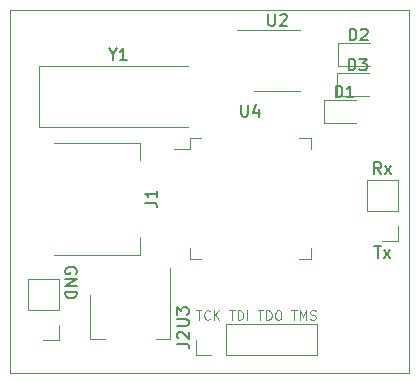
<source format=gbr>
G04 #@! TF.GenerationSoftware,KiCad,Pcbnew,5.1.5-52549c5~84~ubuntu18.04.1*
G04 #@! TF.CreationDate,2020-01-11T02:19:33-08:00*
G04 #@! TF.ProjectId,Programmer,50726f67-7261-46d6-9d65-722e6b696361,rev?*
G04 #@! TF.SameCoordinates,Original*
G04 #@! TF.FileFunction,Legend,Top*
G04 #@! TF.FilePolarity,Positive*
%FSLAX46Y46*%
G04 Gerber Fmt 4.6, Leading zero omitted, Abs format (unit mm)*
G04 Created by KiCad (PCBNEW 5.1.5-52549c5~84~ubuntu18.04.1) date 2020-01-11 02:19:33*
%MOMM*%
%LPD*%
G04 APERTURE LIST*
%ADD10C,0.150000*%
%ADD11C,0.100000*%
%ADD12C,0.050000*%
%ADD13C,0.120000*%
G04 APERTURE END LIST*
D10*
X86860000Y-67310095D02*
X86907619Y-67214857D01*
X86907619Y-67072000D01*
X86860000Y-66929142D01*
X86764761Y-66833904D01*
X86669523Y-66786285D01*
X86479047Y-66738666D01*
X86336190Y-66738666D01*
X86145714Y-66786285D01*
X86050476Y-66833904D01*
X85955238Y-66929142D01*
X85907619Y-67072000D01*
X85907619Y-67167238D01*
X85955238Y-67310095D01*
X86002857Y-67357714D01*
X86336190Y-67357714D01*
X86336190Y-67167238D01*
X85907619Y-67786285D02*
X86907619Y-67786285D01*
X85907619Y-68357714D01*
X86907619Y-68357714D01*
X85907619Y-68833904D02*
X86907619Y-68833904D01*
X86907619Y-69072000D01*
X86860000Y-69214857D01*
X86764761Y-69310095D01*
X86669523Y-69357714D01*
X86479047Y-69405333D01*
X86336190Y-69405333D01*
X86145714Y-69357714D01*
X86050476Y-69310095D01*
X85955238Y-69214857D01*
X85907619Y-69072000D01*
X85907619Y-68833904D01*
D11*
X97003238Y-70427904D02*
X97460380Y-70427904D01*
X97231809Y-71227904D02*
X97231809Y-70427904D01*
X98184190Y-71151714D02*
X98146095Y-71189809D01*
X98031809Y-71227904D01*
X97955619Y-71227904D01*
X97841333Y-71189809D01*
X97765142Y-71113619D01*
X97727047Y-71037428D01*
X97688952Y-70885047D01*
X97688952Y-70770761D01*
X97727047Y-70618380D01*
X97765142Y-70542190D01*
X97841333Y-70466000D01*
X97955619Y-70427904D01*
X98031809Y-70427904D01*
X98146095Y-70466000D01*
X98184190Y-70504095D01*
X98527047Y-71227904D02*
X98527047Y-70427904D01*
X98984190Y-71227904D02*
X98641333Y-70770761D01*
X98984190Y-70427904D02*
X98527047Y-70885047D01*
X99822285Y-70427904D02*
X100279428Y-70427904D01*
X100050857Y-71227904D02*
X100050857Y-70427904D01*
X100546095Y-71227904D02*
X100546095Y-70427904D01*
X100736571Y-70427904D01*
X100850857Y-70466000D01*
X100927047Y-70542190D01*
X100965142Y-70618380D01*
X101003238Y-70770761D01*
X101003238Y-70885047D01*
X100965142Y-71037428D01*
X100927047Y-71113619D01*
X100850857Y-71189809D01*
X100736571Y-71227904D01*
X100546095Y-71227904D01*
X101346095Y-71227904D02*
X101346095Y-70427904D01*
X102222285Y-70427904D02*
X102679428Y-70427904D01*
X102450857Y-71227904D02*
X102450857Y-70427904D01*
X102946095Y-71227904D02*
X102946095Y-70427904D01*
X103136571Y-70427904D01*
X103250857Y-70466000D01*
X103327047Y-70542190D01*
X103365142Y-70618380D01*
X103403238Y-70770761D01*
X103403238Y-70885047D01*
X103365142Y-71037428D01*
X103327047Y-71113619D01*
X103250857Y-71189809D01*
X103136571Y-71227904D01*
X102946095Y-71227904D01*
X103898476Y-70427904D02*
X104050857Y-70427904D01*
X104127047Y-70466000D01*
X104203238Y-70542190D01*
X104241333Y-70694571D01*
X104241333Y-70961238D01*
X104203238Y-71113619D01*
X104127047Y-71189809D01*
X104050857Y-71227904D01*
X103898476Y-71227904D01*
X103822285Y-71189809D01*
X103746095Y-71113619D01*
X103708000Y-70961238D01*
X103708000Y-70694571D01*
X103746095Y-70542190D01*
X103822285Y-70466000D01*
X103898476Y-70427904D01*
X105079428Y-70427904D02*
X105536571Y-70427904D01*
X105308000Y-71227904D02*
X105308000Y-70427904D01*
X105803238Y-71227904D02*
X105803238Y-70427904D01*
X106069904Y-70999333D01*
X106336571Y-70427904D01*
X106336571Y-71227904D01*
X106679428Y-71189809D02*
X106793714Y-71227904D01*
X106984190Y-71227904D01*
X107060380Y-71189809D01*
X107098476Y-71151714D01*
X107136571Y-71075523D01*
X107136571Y-70999333D01*
X107098476Y-70923142D01*
X107060380Y-70885047D01*
X106984190Y-70846952D01*
X106831809Y-70808857D01*
X106755619Y-70770761D01*
X106717523Y-70732666D01*
X106679428Y-70656476D01*
X106679428Y-70580285D01*
X106717523Y-70504095D01*
X106755619Y-70466000D01*
X106831809Y-70427904D01*
X107022285Y-70427904D01*
X107136571Y-70466000D01*
D10*
X112680761Y-58872380D02*
X112347428Y-58396190D01*
X112109333Y-58872380D02*
X112109333Y-57872380D01*
X112490285Y-57872380D01*
X112585523Y-57920000D01*
X112633142Y-57967619D01*
X112680761Y-58062857D01*
X112680761Y-58205714D01*
X112633142Y-58300952D01*
X112585523Y-58348571D01*
X112490285Y-58396190D01*
X112109333Y-58396190D01*
X113014095Y-58872380D02*
X113537904Y-58205714D01*
X113014095Y-58205714D02*
X113537904Y-58872380D01*
X112085523Y-64984380D02*
X112656952Y-64984380D01*
X112371238Y-65984380D02*
X112371238Y-64984380D01*
X112895047Y-65984380D02*
X113418857Y-65317714D01*
X112895047Y-65317714D02*
X113418857Y-65984380D01*
D12*
X115062000Y-75692000D02*
X81280000Y-75692000D01*
X115062000Y-44958000D02*
X115062000Y-75692000D01*
X81280000Y-44958000D02*
X115062000Y-44958000D01*
X81280000Y-75692000D02*
X81280000Y-44958000D01*
D13*
X85404000Y-72958000D02*
X84074000Y-72958000D01*
X85404000Y-71628000D02*
X85404000Y-72958000D01*
X85404000Y-70358000D02*
X82744000Y-70358000D01*
X82744000Y-70358000D02*
X82744000Y-67758000D01*
X85404000Y-70358000D02*
X85404000Y-67758000D01*
X85404000Y-67758000D02*
X82744000Y-67758000D01*
X83724000Y-54874000D02*
X96324000Y-54874000D01*
X83724000Y-49774000D02*
X83724000Y-54874000D01*
X96324000Y-49774000D02*
X83724000Y-49774000D01*
X96490000Y-56800000D02*
X95150000Y-56800000D01*
X96490000Y-55850000D02*
X96490000Y-56800000D01*
X97440000Y-55850000D02*
X96490000Y-55850000D01*
X106710000Y-55850000D02*
X106710000Y-56800000D01*
X105760000Y-55850000D02*
X106710000Y-55850000D01*
X96490000Y-66070000D02*
X96490000Y-65120000D01*
X97440000Y-66070000D02*
X96490000Y-66070000D01*
X106710000Y-66070000D02*
X106710000Y-65120000D01*
X105760000Y-66070000D02*
X106710000Y-66070000D01*
X94836000Y-66868000D02*
X94836000Y-72878000D01*
X88016000Y-69118000D02*
X88016000Y-72878000D01*
X94836000Y-72878000D02*
X93576000Y-72878000D01*
X88016000Y-72878000D02*
X89276000Y-72878000D01*
X103886000Y-46716000D02*
X100436000Y-46716000D01*
X103886000Y-46716000D02*
X105836000Y-46716000D01*
X103886000Y-51836000D02*
X101936000Y-51836000D01*
X103886000Y-51836000D02*
X105836000Y-51836000D01*
X114106000Y-64576000D02*
X112776000Y-64576000D01*
X114106000Y-63246000D02*
X114106000Y-64576000D01*
X114106000Y-61976000D02*
X111446000Y-61976000D01*
X111446000Y-61976000D02*
X111446000Y-59376000D01*
X114106000Y-61976000D02*
X114106000Y-59376000D01*
X114106000Y-59376000D02*
X111446000Y-59376000D01*
X96968000Y-74228000D02*
X96968000Y-72898000D01*
X98298000Y-74228000D02*
X96968000Y-74228000D01*
X99568000Y-74228000D02*
X99568000Y-71568000D01*
X99568000Y-71568000D02*
X107248000Y-71568000D01*
X99568000Y-74228000D02*
X107248000Y-74228000D01*
X107248000Y-74228000D02*
X107248000Y-71568000D01*
X92238000Y-56210000D02*
X92238000Y-57710000D01*
X92238000Y-56210000D02*
X84978000Y-56210000D01*
X92238000Y-65710000D02*
X84978000Y-65710000D01*
X92238000Y-64210000D02*
X92238000Y-65710000D01*
X108980500Y-52268000D02*
X111665500Y-52268000D01*
X108980500Y-50348000D02*
X108980500Y-52268000D01*
X111665500Y-50348000D02*
X108980500Y-50348000D01*
X109059000Y-49728000D02*
X111744000Y-49728000D01*
X109059000Y-47808000D02*
X109059000Y-49728000D01*
X111744000Y-47808000D02*
X109059000Y-47808000D01*
X107867500Y-54554000D02*
X110552500Y-54554000D01*
X107867500Y-52634000D02*
X107867500Y-54554000D01*
X110552500Y-52634000D02*
X107867500Y-52634000D01*
D10*
X89947809Y-48750190D02*
X89947809Y-49226380D01*
X89614476Y-48226380D02*
X89947809Y-48750190D01*
X90281142Y-48226380D01*
X91138285Y-49226380D02*
X90566857Y-49226380D01*
X90852571Y-49226380D02*
X90852571Y-48226380D01*
X90757333Y-48369238D01*
X90662095Y-48464476D01*
X90566857Y-48512095D01*
X100838095Y-53012380D02*
X100838095Y-53821904D01*
X100885714Y-53917142D01*
X100933333Y-53964761D01*
X101028571Y-54012380D01*
X101219047Y-54012380D01*
X101314285Y-53964761D01*
X101361904Y-53917142D01*
X101409523Y-53821904D01*
X101409523Y-53012380D01*
X102314285Y-53345714D02*
X102314285Y-54012380D01*
X102076190Y-52964761D02*
X101838095Y-53679047D01*
X102457142Y-53679047D01*
X95378380Y-71729904D02*
X96187904Y-71729904D01*
X96283142Y-71682285D01*
X96330761Y-71634666D01*
X96378380Y-71539428D01*
X96378380Y-71348952D01*
X96330761Y-71253714D01*
X96283142Y-71206095D01*
X96187904Y-71158476D01*
X95378380Y-71158476D01*
X95378380Y-70777523D02*
X95378380Y-70158476D01*
X95759333Y-70491809D01*
X95759333Y-70348952D01*
X95806952Y-70253714D01*
X95854571Y-70206095D01*
X95949809Y-70158476D01*
X96187904Y-70158476D01*
X96283142Y-70206095D01*
X96330761Y-70253714D01*
X96378380Y-70348952D01*
X96378380Y-70634666D01*
X96330761Y-70729904D01*
X96283142Y-70777523D01*
X103124095Y-45328380D02*
X103124095Y-46137904D01*
X103171714Y-46233142D01*
X103219333Y-46280761D01*
X103314571Y-46328380D01*
X103505047Y-46328380D01*
X103600285Y-46280761D01*
X103647904Y-46233142D01*
X103695523Y-46137904D01*
X103695523Y-45328380D01*
X104124095Y-45423619D02*
X104171714Y-45376000D01*
X104266952Y-45328380D01*
X104505047Y-45328380D01*
X104600285Y-45376000D01*
X104647904Y-45423619D01*
X104695523Y-45518857D01*
X104695523Y-45614095D01*
X104647904Y-45756952D01*
X104076476Y-46328380D01*
X104695523Y-46328380D01*
X95420380Y-73231333D02*
X96134666Y-73231333D01*
X96277523Y-73278952D01*
X96372761Y-73374190D01*
X96420380Y-73517047D01*
X96420380Y-73612285D01*
X95515619Y-72802761D02*
X95468000Y-72755142D01*
X95420380Y-72659904D01*
X95420380Y-72421809D01*
X95468000Y-72326571D01*
X95515619Y-72278952D01*
X95610857Y-72231333D01*
X95706095Y-72231333D01*
X95848952Y-72278952D01*
X96420380Y-72850380D01*
X96420380Y-72231333D01*
X92680380Y-61293333D02*
X93394666Y-61293333D01*
X93537523Y-61340952D01*
X93632761Y-61436190D01*
X93680380Y-61579047D01*
X93680380Y-61674285D01*
X93680380Y-60293333D02*
X93680380Y-60864761D01*
X93680380Y-60579047D02*
X92680380Y-60579047D01*
X92823238Y-60674285D01*
X92918476Y-60769523D01*
X92966095Y-60864761D01*
X109927404Y-50110380D02*
X109927404Y-49110380D01*
X110165500Y-49110380D01*
X110308357Y-49158000D01*
X110403595Y-49253238D01*
X110451214Y-49348476D01*
X110498833Y-49538952D01*
X110498833Y-49681809D01*
X110451214Y-49872285D01*
X110403595Y-49967523D01*
X110308357Y-50062761D01*
X110165500Y-50110380D01*
X109927404Y-50110380D01*
X110832166Y-49110380D02*
X111451214Y-49110380D01*
X111117880Y-49491333D01*
X111260738Y-49491333D01*
X111355976Y-49538952D01*
X111403595Y-49586571D01*
X111451214Y-49681809D01*
X111451214Y-49919904D01*
X111403595Y-50015142D01*
X111355976Y-50062761D01*
X111260738Y-50110380D01*
X110975023Y-50110380D01*
X110879785Y-50062761D01*
X110832166Y-50015142D01*
X110005904Y-47570380D02*
X110005904Y-46570380D01*
X110244000Y-46570380D01*
X110386857Y-46618000D01*
X110482095Y-46713238D01*
X110529714Y-46808476D01*
X110577333Y-46998952D01*
X110577333Y-47141809D01*
X110529714Y-47332285D01*
X110482095Y-47427523D01*
X110386857Y-47522761D01*
X110244000Y-47570380D01*
X110005904Y-47570380D01*
X110958285Y-46665619D02*
X111005904Y-46618000D01*
X111101142Y-46570380D01*
X111339238Y-46570380D01*
X111434476Y-46618000D01*
X111482095Y-46665619D01*
X111529714Y-46760857D01*
X111529714Y-46856095D01*
X111482095Y-46998952D01*
X110910666Y-47570380D01*
X111529714Y-47570380D01*
X108814404Y-52396380D02*
X108814404Y-51396380D01*
X109052500Y-51396380D01*
X109195357Y-51444000D01*
X109290595Y-51539238D01*
X109338214Y-51634476D01*
X109385833Y-51824952D01*
X109385833Y-51967809D01*
X109338214Y-52158285D01*
X109290595Y-52253523D01*
X109195357Y-52348761D01*
X109052500Y-52396380D01*
X108814404Y-52396380D01*
X110338214Y-52396380D02*
X109766785Y-52396380D01*
X110052500Y-52396380D02*
X110052500Y-51396380D01*
X109957261Y-51539238D01*
X109862023Y-51634476D01*
X109766785Y-51682095D01*
M02*

</source>
